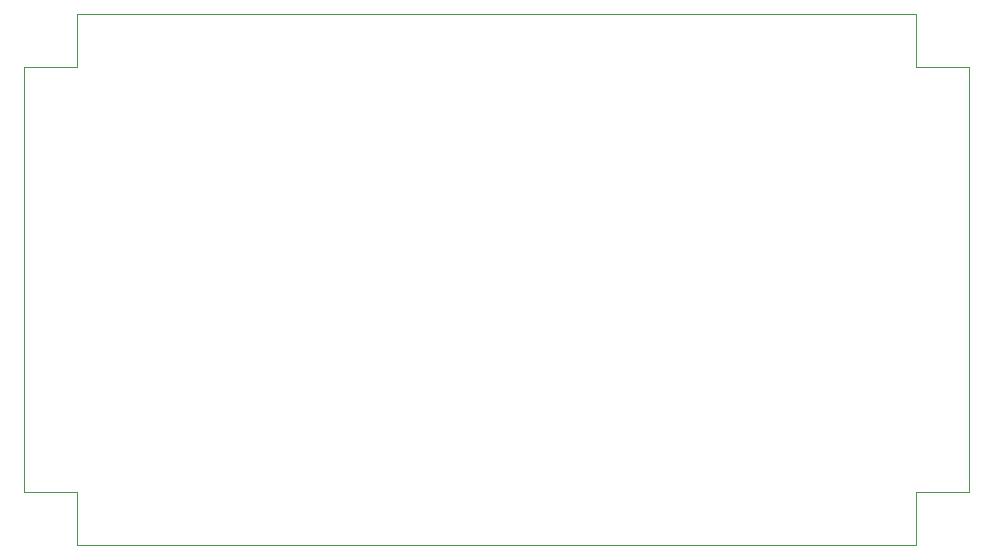
<source format=gm1>
G04 #@! TF.GenerationSoftware,KiCad,Pcbnew,(5.1.8)-1*
G04 #@! TF.CreationDate,2021-01-11T10:59:45+01:00*
G04 #@! TF.ProjectId,wifiOiler01,77696669-4f69-46c6-9572-30312e6b6963,4.1*
G04 #@! TF.SameCoordinates,Original*
G04 #@! TF.FileFunction,Profile,NP*
%FSLAX46Y46*%
G04 Gerber Fmt 4.6, Leading zero omitted, Abs format (unit mm)*
G04 Created by KiCad (PCBNEW (5.1.8)-1) date 2021-01-11 10:59:45*
%MOMM*%
%LPD*%
G01*
G04 APERTURE LIST*
G04 #@! TA.AperFunction,Profile*
%ADD10C,0.050000*%
G04 #@! TD*
G04 APERTURE END LIST*
D10*
X100000000Y-104500000D02*
X104500000Y-104500000D01*
X104500000Y-100000000D02*
X104500000Y-104500000D01*
X104500000Y-140500000D02*
X104500000Y-145000000D01*
X100000000Y-140500000D02*
X104500000Y-140500000D01*
X175500000Y-140500000D02*
X175500000Y-145000000D01*
X175500000Y-140500000D02*
X180000000Y-140500000D01*
X175500000Y-104500000D02*
X180000000Y-104500000D01*
X175500000Y-100000000D02*
X175500000Y-104500000D01*
X104500000Y-145000000D02*
X175500000Y-145000000D01*
X180000000Y-104500000D02*
X180000000Y-140500000D01*
X104500000Y-100000000D02*
X175500000Y-100000000D01*
X100000000Y-104500000D02*
X100000000Y-140500000D01*
M02*

</source>
